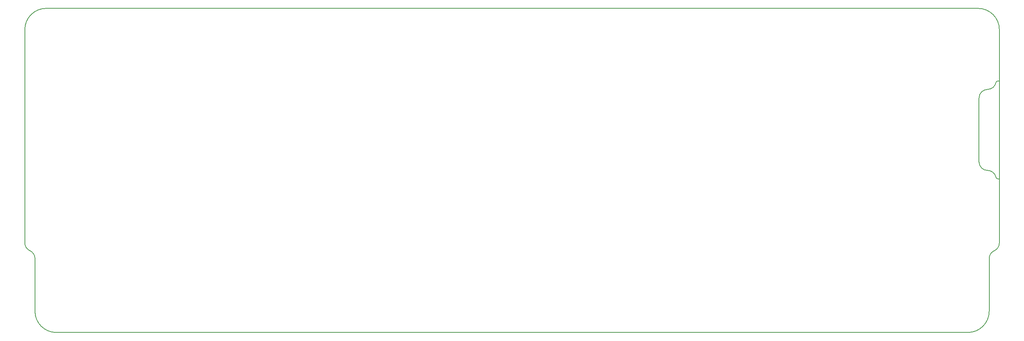
<source format=gbr>
G04 #@! TF.GenerationSoftware,KiCad,Pcbnew,(5.0.2)-1*
G04 #@! TF.CreationDate,2019-05-27T18:19:21+07:00*
G04 #@! TF.ProjectId,PCB,5043422e-6b69-4636-9164-5f7063625858,a*
G04 #@! TF.SameCoordinates,Original*
G04 #@! TF.FileFunction,Profile,NP*
%FSLAX46Y46*%
G04 Gerber Fmt 4.6, Leading zero omitted, Abs format (unit mm)*
G04 Created by KiCad (PCBNEW (5.0.2)-1) date 5/27/2019 6:19:21 PM*
%MOMM*%
%LPD*%
G01*
G04 APERTURE LIST*
%ADD10C,0.150000*%
%ADD11C,0.200000*%
G04 APERTURE END LIST*
D10*
X-9523815Y-30575050D02*
X-9524315Y-7525050D01*
D11*
X218761195Y-30575050D02*
G75*
G02X218271297Y-30175050I0J500000D01*
G01*
X216312205Y-28575050D02*
G75*
G02X214312205Y-26575050I0J2000000D01*
G01*
X214312205Y-11525050D02*
G75*
G02X216312205Y-9525050I2000000J0D01*
G01*
X214312205Y-11525050D02*
X214312205Y-26575050D01*
X218271797Y-7925050D02*
G75*
G02X216312205Y-9525050I-1959592J400000D01*
G01*
X216311705Y-28575050D02*
G75*
G02X218271297Y-30175050I0J-2000000D01*
G01*
X218271797Y-7925050D02*
G75*
G02X218761695Y-7525050I489898J-100000D01*
G01*
X218761195Y-30575050D02*
X219074215Y-30575050D01*
X219074715Y-7525050D02*
X218761695Y-7525050D01*
D10*
X219074715Y-7525050D02*
X219074215Y-30575050D01*
X-9523815Y-45625050D02*
X-9523815Y-30575050D01*
X-9524315Y4524400D02*
X-9524315Y-7525050D01*
D11*
X218761195Y-30575050D02*
X219074215Y-30575050D01*
X219074715Y-7525050D02*
X218761695Y-7525050D01*
X218761195Y-30575050D02*
G75*
G02X218271297Y-30175050I0J500000D01*
G01*
X216311705Y-28575050D02*
G75*
G02X218271297Y-30175050I0J-2000000D01*
G01*
X219074215Y-30575050D02*
X219074215Y-45625050D01*
X216312205Y-28575050D02*
G75*
G02X214312205Y-26575050I0J2000000D01*
G01*
X214312205Y-11525050D02*
X214312205Y-26575050D01*
X214312205Y-11525050D02*
G75*
G02X216312205Y-9525050I2000000J0D01*
G01*
X218271797Y-7925050D02*
G75*
G02X218761695Y-7525050I489898J-100000D01*
G01*
X218271797Y-7925050D02*
G75*
G02X216312205Y-9525050I-1959592J400000D01*
G01*
X219074715Y-7525050D02*
X219074715Y4524400D01*
X-8333435Y-47453851D02*
G75*
G02X-7143055Y-49282653I-809620J-1828802D01*
G01*
X-8333435Y-47453852D02*
G75*
G02X-9523815Y-45625050I809620J1828802D01*
G01*
X-7143055Y-61675774D02*
X-7143055Y-49282653D01*
X216693456Y-49282653D02*
G75*
G02X217883835Y-47453852I1999999J0D01*
G01*
X219074215Y-45625050D02*
G75*
G02X217883835Y-47453852I-2000000J0D01*
G01*
X216693455Y-61675774D02*
G75*
G02X211693455Y-66675774I-5000000J0D01*
G01*
X216693455Y-61675774D02*
X216693455Y-49282653D01*
X-2143055Y-66675774D02*
G75*
G02X-7143055Y-61675774I0J5000000D01*
G01*
X214075600Y9524400D02*
G75*
G02X219075600Y4524400I0J-5000000D01*
G01*
X-9524315Y4524400D02*
G75*
G02X-4524315Y9524400I5000000J0D01*
G01*
X211693455Y-66675774D02*
X-2143055Y-66675774D01*
X-4524315Y9524400D02*
X214075600Y9524400D01*
M02*

</source>
